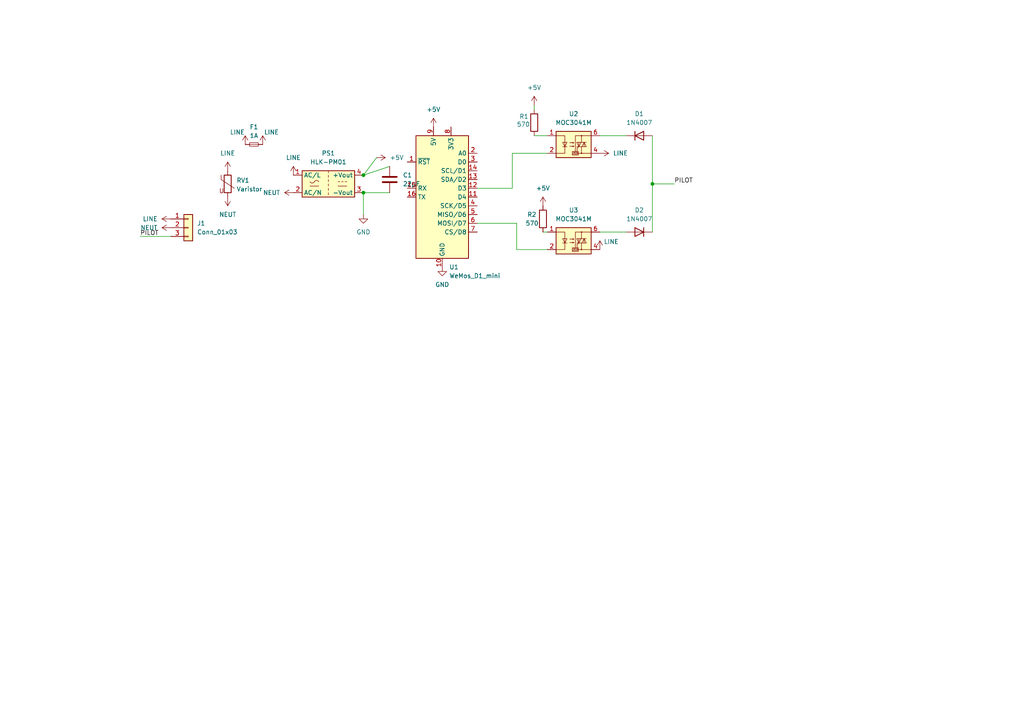
<source format=kicad_sch>
(kicad_sch (version 20250114) (generator "eeschema") (generator_version "9.0")
  (paper "A4")
  (lib_symbols
    (symbol "Connector_Generic:Conn_01x03" (pin_names (offset 1.016) (hide yes))
      (property "Reference" "J" (at 0 5.08 0))
      (property "Value" "Conn_01x03" (at 0 -5.08 0))
      (symbol "Conn_01x03_1_1"
        (rectangle (start -1.27 3.81) (end 1.27 -3.81) (stroke (width 0.254)) (fill (type background)))
        (rectangle (start -1.27 2.667) (end 0 2.413) (stroke (width 0.1524)))
        (rectangle (start -1.27 0.127) (end 0 -0.127) (stroke (width 0.1524)))
        (rectangle (start -1.27 -2.413) (end 0 -2.667) (stroke (width 0.1524)))
        (pin passive line (at -5.08 2.54 0) (length 3.81) (name "Pin_1") (number "1"))
        (pin passive line (at -5.08 0 0) (length 3.81) (name "Pin_2") (number "2"))
        (pin passive line (at -5.08 -2.54 0) (length 3.81) (name "Pin_3") (number "3"))
      )
    )
    (symbol "Converter_ACDC:HLK-PM01"
      (property "Reference" "PS" (at 0 5.08 0))
      (property "Value" "HLK-PM01" (at 0 -5.08 0))
      (symbol "HLK-PM01_0_1"
        (rectangle (start -7.62 3.81) (end 7.62 -3.81) (stroke (width 0.254)) (fill (type background)))
        (polyline (pts (xy -5.334 -0.635) (xy -2.794 -0.635)))
        (arc (start -4.064 0.635) (mid -4.699 0.2495) (end -5.334 0.635))
        (arc (start -4.064 0.635) (mid -3.429 1.0072) (end -2.794 0.635))
        (polyline (pts (xy 0 3.81) (xy 0 3.175)))
        (polyline (pts (xy 0 2.54) (xy 0 1.905)))
        (polyline (pts (xy 0 1.27) (xy 0 0.635)))
        (polyline (pts (xy 0 0) (xy 0 -0.635)))
        (polyline (pts (xy 0 -1.27) (xy 0 -1.905)))
        (polyline (pts (xy 0 -2.54) (xy 0 -3.175)))
        (polyline (pts (xy 2.794 0.635) (xy 3.302 0.635)))
        (polyline (pts (xy 2.794 -0.635) (xy 5.334 -0.635)))
        (polyline (pts (xy 3.81 0.635) (xy 4.318 0.635)))
        (polyline (pts (xy 4.826 0.635) (xy 5.334 0.635)))
      )
      (symbol "HLK-PM01_1_1"
        (pin power_in line (at -10.16 2.54 0) (length 2.54) (name "AC/L") (number "1"))
        (pin power_in line (at -10.16 -2.54 0) (length 2.54) (name "AC/N") (number "2"))
        (pin power_out line (at 10.16 2.54 180) (length 2.54) (name "+Vout") (number "4"))
        (pin power_out line (at 10.16 -2.54 180) (length 2.54) (name "-Vout") (number "3"))
      )
    )
    (symbol "Device:C" (pin_numbers (hide yes)) (pin_names (offset 0.254))
      (property "Reference" "C" (at 0.635 2.54 0))
      (property "Value" "C" (at 0.635 -2.54 0))
      (symbol "C_0_1"
        (polyline (pts (xy -2.032 0.762) (xy 2.032 0.762)) (stroke (width 0.508)))
        (polyline (pts (xy -2.032 -0.762) (xy 2.032 -0.762)) (stroke (width 0.508)))
      )
      (symbol "C_1_1"
        (pin passive line (at 0 3.81 270) (length 2.794) (name "~") (number "1"))
        (pin passive line (at 0 -3.81 90) (length 2.794) (name "~") (number "2"))
      )
    )
    (symbol "Device:Fuse_Small" (pin_numbers (hide yes)) (pin_names (offset 0.254) (hide yes))
      (property "Reference" "F" (at 0 -1.524 0))
      (property "Value" "Fuse_Small" (at 0 1.524 0))
      (symbol "Fuse_Small_0_1"
        (rectangle (start -1.27 0.508) (end 1.27 -0.508))
        (polyline (pts (xy -1.27 0) (xy 1.27 0)))
      )
      (symbol "Fuse_Small_1_1"
        (pin passive line (at -2.54 0 0) (length 1.27) (name "~") (number "1"))
        (pin passive line (at 2.54 0 180) (length 1.27) (name "~") (number "2"))
      )
    )
    (symbol "Device:R" (pin_numbers (hide yes)) (pin_names (offset 0))
      (property "Reference" "R" (at 2.032 0 90))
      (property "Value" "R" (at 0 0 90))
      (symbol "R_0_1"
        (rectangle (start -1.016 -2.54) (end 1.016 2.54) (stroke (width 0.254)))
      )
      (symbol "R_1_1"
        (pin passive line (at 0 3.81 270) (length 1.27) (name "~") (number "1"))
        (pin passive line (at 0 -3.81 90) (length 1.27) (name "~") (number "2"))
      )
    )
    (symbol "Device:Varistor" (pin_numbers (hide yes)) (pin_names (offset 0))
      (property "Reference" "RV" (at 3.175 0 90))
      (property "Value" "Varistor" (at -3.175 0 90))
      (symbol "Varistor_0_0"
        (text "U" (at -1.778 -2.032 0) (effects (font (size 1.27 1.27))))
      )
      (symbol "Varistor_0_1"
        (polyline (pts (xy -1.905 2.54) (xy -1.905 1.27) (xy 1.905 -1.27)))
        (rectangle (start -1.016 -2.54) (end 1.016 2.54) (stroke (width 0.254)))
      )
      (symbol "Varistor_1_1"
        (pin passive line (at 0 3.81 270) (length 1.27) (name "~") (number "1"))
        (pin passive line (at 0 -3.81 90) (length 1.27) (name "~") (number "2"))
      )
    )
    (symbol "Diode:1N4007" (pin_numbers (hide yes)) (pin_names (offset 1.016) (hide yes))
      (property "Reference" "D" (at 0 2.54 0))
      (property "Value" "1N4007" (at 0 -2.54 0))
      (symbol "1N4007_0_1"
        (polyline (pts (xy -1.27 1.27) (xy -1.27 -1.27)) (stroke (width 0.254)))
        (polyline (pts (xy 1.27 1.27) (xy 1.27 -1.27) (xy -1.27 0) (xy 1.27 1.27)) (stroke (width 0.254)))
        (polyline (pts (xy 1.27 0) (xy -1.27 0)))
      )
      (symbol "1N4007_1_1"
        (pin passive line (at -3.81 0 0) (length 2.54) (name "K") (number "1"))
        (pin passive line (at 3.81 0 180) (length 2.54) (name "A") (number "2"))
      )
    )
    (symbol "MCU_Module:WeMos_D1_mini"
      (property "Reference" "U" (at 3.81 19.05 0))
      (property "Value" "WeMos_D1_mini" (at 1.27 -19.05 0))
      (symbol "WeMos_D1_mini_1_1"
        (rectangle (start -7.62 17.78) (end 7.62 -17.78) (stroke (width 0.254)) (fill (type background)))
        (pin input line (at -10.16 10.16 0) (length 2.54) (name "~{RST}") (number "1"))
        (pin input line (at -10.16 2.54 0) (length 2.54) (name "RX") (number "15"))
        (pin output line (at -10.16 0 0) (length 2.54) (name "TX") (number "16"))
        (pin power_in line (at -2.54 20.32 270) (length 2.54) (name "5V") (number "9"))
        (pin power_in line (at 0 -20.32 90) (length 2.54) (name "GND") (number "10"))
        (pin power_out line (at 2.54 20.32 270) (length 2.54) (name "3V3") (number "8"))
        (pin input line (at 10.16 12.7 180) (length 2.54) (name "A0") (number "2"))
        (pin bidirectional line (at 10.16 10.16 180) (length 2.54) (name "D0") (number "3"))
        (pin bidirectional line (at 10.16 7.62 180) (length 2.54) (name "SCL/D1") (number "14"))
        (pin bidirectional line (at 10.16 5.08 180) (length 2.54) (name "SDA/D2") (number "13"))
        (pin bidirectional line (at 10.16 2.54 180) (length 2.54) (name "D3") (number "12"))
        (pin bidirectional line (at 10.16 0 180) (length 2.54) (name "D4") (number "11"))
        (pin bidirectional line (at 10.16 -2.54 180) (length 2.54) (name "SCK/D5") (number "4"))
        (pin bidirectional line (at 10.16 -5.08 180) (length 2.54) (name "MISO/D6") (number "5"))
        (pin bidirectional line (at 10.16 -7.62 180) (length 2.54) (name "MOSI/D7") (number "6"))
        (pin bidirectional line (at 10.16 -10.16 180) (length 2.54) (name "CS/D8") (number "7"))
      )
    )
    (symbol "Relay_SolidState:MOC3041M"
      (property "Reference" "U" (at -5.08 5.08 0))
      (property "Value" "MOC3041M" (at 0 5.08 0))
      (symbol "MOC3041M_0_0"
        (rectangle (start -0.381 -2.032) (end 1.397 -3.048))
        (polyline (pts (xy 1.524 -0.635) (xy 1.016 -1.016) (xy 1.016 -2.032)))
        (polyline (pts (xy 2.286 -2.54) (xy 1.397 -2.54)))
        (text "ZCD" (at 0.508 -2.54 0) (effects (font (size 0.508 0.508))))
      )
      (symbol "MOC3041M_0_1"
        (rectangle (start -5.08 3.81) (end 5.08 -3.81) (stroke (width 0.254)) (fill (type background)))
        (polyline (pts (xy -5.08 2.54) (xy -2.54 2.54) (xy -2.54 -2.54) (xy -5.08 -2.54)))
        (polyline (pts (xy -3.175 -0.635) (xy -1.905 -0.635)))
        (polyline (pts (xy -2.54 -0.635) (xy -3.175 0.635) (xy -1.905 0.635) (xy -2.54 -0.635)))
        (polyline (pts (xy -1.143 0.508) (xy 0.127 0.508) (xy -0.254 0.381) (xy -0.254 0.635) (xy 0.127 0.508)))
        (polyline (pts (xy -1.143 -0.508) (xy 0.127 -0.508) (xy -0.254 -0.635) (xy -0.254 -0.381) (xy 0.127 -0.508)))
        (polyline (pts (xy 0.889 -0.635) (xy 3.683 -0.635) (xy 3.048 0.635) (xy 2.413 -0.635)))
        (polyline (pts (xy 1.524 -0.635) (xy 1.524 0.635)))
        (polyline (pts (xy 2.286 2.54) (xy 0.508 2.54) (xy 0.508 -2.032)))
        (circle (center 2.286 2.54) (radius 0.127))
        (polyline (pts (xy 2.286 0.635) (xy 2.286 2.54) (xy 5.08 2.54)))
        (polyline (pts (xy 2.286 -0.635) (xy 2.286 -2.54) (xy 5.08 -2.54)))
        (circle (center 2.286 -2.54) (radius 0.127))
        (polyline (pts (xy 3.048 0.635) (xy 3.048 -0.635)))
        (polyline (pts (xy 3.683 0.635) (xy 0.889 0.635) (xy 1.524 -0.635) (xy 2.159 0.635)))
      )
      (symbol "MOC3041M_1_1"
        (pin passive line (at -7.62 2.54 0) (length 2.54) (name "~") (number "1"))
        (pin passive line (at -7.62 -2.54 0) (length 2.54) (name "~") (number "2"))
        (pin no_connect line (at -5.08 0 0) (length 2.54) (hide yes) (name "NC") (number "3"))
        (pin no_connect line (at 5.08 0 180) (length 2.54) (hide yes) (name "NC") (number "5"))
        (pin passive line (at 7.62 2.54 180) (length 2.54) (name "~") (number "6"))
        (pin passive line (at 7.62 -2.54 180) (length 2.54) (name "~") (number "4"))
      )
    )
    (symbol "power:+5V" (power) (pin_names (offset 0))
      (property "Value" "+5V" (at 0 3.556 0))
      (symbol "+5V_0_1"
        (polyline (pts (xy -0.762 1.27) (xy 0 2.54)))
        (polyline (pts (xy 0 2.54) (xy 0.762 1.27)))
        (polyline (pts (xy 0 0) (xy 0 2.54)))
      )
      (symbol "+5V_1_1"
        (pin power_in line (at 0 0 90) (length 0) (hide yes) (name "+5V") (number "1"))
      )
    )
    (symbol "power:GND" (power) (pin_names (offset 0))
      (property "Value" "GND" (at 0 -3.81 0))
      (symbol "GND_0_1"
        (polyline (pts (xy 0 0) (xy 0 -1.27) (xy 1.27 -1.27) (xy 0 -2.54) (xy -1.27 -1.27) (xy 0 -1.27)))
      )
      (symbol "GND_1_1"
        (pin power_in line (at 0 0 270) (length 0) (hide yes) (name "GND") (number "1"))
      )
    )
    (symbol "power:LINE" (power) (pin_names (offset 0))
      (property "Value" "LINE" (at 0 3.81 0))
      (symbol "LINE_0_1"
        (polyline (pts (xy -0.762 1.27) (xy 0 2.54)))
        (polyline (pts (xy 0 2.54) (xy 0.762 1.27)))
        (polyline (pts (xy 0 0) (xy 0 2.54)))
      )
      (symbol "LINE_1_1"
        (pin power_in line (at 0 0 90) (length 0) (hide yes) (name "LINE") (number "1"))
      )
    )
    (symbol "power:NEUT" (power) (pin_names (offset 0))
      (property "Value" "NEUT" (at 0 3.81 0))
      (symbol "NEUT_0_1"
        (polyline (pts (xy -0.762 1.27) (xy 0 2.54)))
        (polyline (pts (xy 0 2.54) (xy 0.762 1.27)))
        (polyline (pts (xy 0 0) (xy 0 2.54)))
      )
      (symbol "NEUT_1_1"
        (pin power_in line (at 0 0 90) (length 0) (hide yes) (name "NEUT") (number "1"))
      )
    )
  )
  (junction (at 105.41 50.8))
  (junction (at 105.41 55.88))
  (junction (at 189.23 53.34))
  (wire (pts (xy 109.22 45.72) (xy 105.41 50.8)))
  (wire (pts (xy 154.94 30.48) (xy 154.94 31.75)))
  (wire (pts (xy 157.48 67.31) (xy 158.75 67.31)))
  (wire (pts (xy 148.59 54.61) (xy 148.59 44.45)))
  (wire (pts (xy 154.94 39.37) (xy 158.75 39.37)))
  (wire (pts (xy 189.23 53.34) (xy 189.23 67.31)))
  (wire (pts (xy 189.23 39.37) (xy 189.23 53.34)))
  (wire (pts (xy 105.41 62.23) (xy 105.41 55.88)))
  (wire (pts (xy 138.43 54.61) (xy 148.59 54.61)))
  (wire (pts (xy 149.86 72.39) (xy 158.75 72.39)))
  (wire (pts (xy 105.41 55.88) (xy 113.03 55.88)))
  (wire (pts (xy 149.86 64.77) (xy 149.86 72.39)))
  (wire (pts (xy 138.43 64.77) (xy 149.86 64.77)))
  (wire (pts (xy 189.23 53.34) (xy 195.58 53.34)))
  (wire (pts (xy 105.41 50.8) (xy 113.03 48.26)))
  (wire (pts (xy 173.99 39.37) (xy 181.61 39.37)))
  (wire (pts (xy 148.59 44.45) (xy 158.75 44.45)))
  (wire (pts (xy 173.99 67.31) (xy 181.61 67.31)))
  (wire (pts (xy 40.64 68.58) (xy 49.53 68.58)))
  (label "PILOT" (at 40.64 68.58 0))
  (label "PILOT" (at 195.58 53.34 0))
  (symbol (lib_id "power:+5V") (at 154.94 30.48 0) (unit 1)
    (property "Reference" "#PWR0110" (effects (hide yes)))
    (property "Value" "+5V" (at 154.94 25.4 0))
  )
  (symbol (lib_id "Converter_ACDC:HLK-PM01") (at 95.25 53.34 0) (unit 1)
    (property "Reference" "PS1" (at 95.25 44.45 0))
    (property "Value" "HLK-PM01" (at 95.25 46.99 0))
    (property "Footprint" "Converter_ACDC:Converter_ACDC_HiLink_HLK-PMxx" (effects (hide yes)))
    (property "Datasheet" "http://www.hlktech.net/product_detail.php?ProId=54" (effects (hide yes)))
  )
  (symbol (lib_id "Relay_SolidState:MOC3041M") (at 166.37 41.91 0) (unit 1)
    (property "Reference" "U2" (at 166.37 33.02 0))
    (property "Value" "MOC3041M" (at 166.37 35.56 0))
    (property "Footprint" "Package_DIP:DIP-6_W7.62mm" (effects (hide yes)))
    (property "Datasheet" "https://www.onsemi.com/pub/Collateral/MOC3043M-D.pdf" (effects (hide yes)))
  )
  (symbol (lib_id "Device:C") (at 113.03 52.07 0) (unit 1)
    (property "Reference" "C1" (at 116.84 50.7999 0) (effects (justify left)))
    (property "Value" "22µF" (at 116.84 53.3399 0) (effects (justify left)))
    (property "Footprint" "Capacitor_THT:C_Disc_D8.0mm_W2.5mm_P5.00mm" (effects (hide yes)))
  )
  (symbol (lib_id "Relay_SolidState:MOC3041M") (at 166.37 69.85 0) (unit 1)
    (property "Reference" "U3" (at 166.37 60.96 0))
    (property "Value" "MOC3041M" (at 166.37 63.5 0))
    (property "Footprint" "Package_DIP:DIP-6_W7.62mm" (effects (hide yes)))
    (property "Datasheet" "https://www.onsemi.com/pub/Collateral/MOC3043M-D.pdf" (effects (hide yes)))
  )
  (symbol (lib_id "power:LINE") (at 173.99 44.45 270) (unit 1)
    (property "Reference" "#PWR0113" (effects (hide yes)))
    (property "Value" "LINE" (at 177.8 44.4499 90) (effects (justify left)))
  )
  (symbol (lib_id "power:+5V") (at 157.48 59.69 0) (unit 1)
    (property "Reference" "#PWR0112" (effects (hide yes)))
    (property "Value" "+5V" (at 157.48 54.61 0))
  )
  (symbol (lib_id "power:LINE") (at 85.09 50.8 0) (unit 1)
    (property "Reference" "#PWR0115" (effects (hide yes)))
    (property "Value" "LINE" (at 85.09 45.72 0))
  )
  (symbol (lib_id "Diode:1N4007") (at 185.42 67.31 0) (mirror y) (unit 1)
    (property "Reference" "D2" (at 185.42 60.96 0))
    (property "Value" "1N4007" (at 185.42 63.5 0))
    (property "Footprint" "Diode_THT:D_DO-41_SOD81_P10.16mm_Horizontal" (effects (hide yes)))
    (property "Datasheet" "http://www.vishay.com/docs/88503/1n4001.pdf" (effects (hide yes)))
  )
  (symbol (lib_id "power:LINE") (at 66.04 49.53 0) (unit 1)
    (property "Reference" "#PWR0116" (effects (hide yes)))
    (property "Value" "LINE" (at 66.04 44.45 0))
  )
  (symbol (lib_id "power:GND") (at 105.41 62.23 0) (unit 1)
    (property "Reference" "#PWR0107" (effects (hide yes)))
    (property "Value" "GND" (at 105.41 67.31 0))
  )
  (symbol (lib_id "Device:Varistor") (at 66.04 53.34 0) (unit 1)
    (property "Reference" "RV1" (at 68.58 52.3231 0) (effects (justify left)))
    (property "Value" "Varistor" (at 68.58 54.8631 0) (effects (justify left)))
    (property "Footprint" "Varistor:RV_Disc_D12mm_W4.5mm_P7.5mm" (effects (hide yes)))
  )
  (symbol (lib_id "MCU_Module:WeMos_D1_mini") (at 128.27 57.15 0) (unit 1)
    (property "Reference" "U1" (at 130.2894 77.47 0) (effects (justify left)))
    (property "Value" "WeMos_D1_mini" (at 130.2894 80.01 0) (effects (justify left)))
    (property "Footprint" "Module:WEMOS_D1_mini_light" (effects (hide yes)))
    (property "Datasheet" "https://wiki.wemos.cc/products:d1:d1_mini#documentation" (effects (hide yes)))
  )
  (symbol (lib_id "power:+5V") (at 125.73 36.83 0) (unit 1)
    (property "Reference" "#PWR0109" (effects (hide yes)))
    (property "Value" "+5V" (at 125.73 31.75 0))
  )
  (symbol (lib_id "Device:R") (at 157.48 63.5 0) (unit 1)
    (property "Reference" "R2" (at 152.908 62.23 0) (effects (justify left)))
    (property "Value" "570" (at 152.4 64.77 0) (effects (justify left)))
    (property "Footprint" "Resistor_THT:R_Axial_DIN0207_L6.3mm_D2.5mm_P10.16mm_Horizontal" (effects (hide yes)))
  )
  (symbol (lib_id "power:LINE") (at 49.53 63.5 90) (unit 1)
    (property "Reference" "#PWR0101" (effects (hide yes)))
    (property "Value" "LINE" (at 45.72 63.4999 90) (effects (justify left)))
  )
  (symbol (lib_id "power:LINE") (at 76.2 41.91 0) (unit 1)
    (property "Reference" "#PWR0105" (effects (hide yes)))
    (property "Value" "LINE" (at 78.74 38.354 0))
  )
  (symbol (lib_id "power:LINE") (at 71.12 41.91 0) (unit 1)
    (property "Reference" "#PWR0106" (effects (hide yes)))
    (property "Value" "LINE" (at 68.834 38.354 0))
  )
  (symbol (lib_id "power:GND") (at 128.27 77.47 0) (unit 1)
    (property "Reference" "#PWR0111" (effects (hide yes)))
    (property "Value" "GND" (at 128.27 82.55 0))
  )
  (symbol (lib_id "Device:Fuse_Small") (at 73.66 41.91 0) (unit 1)
    (property "Reference" "F1" (at 73.66 36.83 0))
    (property "Value" "1A" (at 73.66 39.37 0))
    (property "Footprint" "Fuse:Fuseholder_Blade_Mini_Keystone_3568" (effects (hide yes)))
  )
  (symbol (lib_id "power:LINE") (at 173.99 72.39 0) (unit 1)
    (property "Reference" "#PWR0114" (effects (hide yes)))
    (property "Value" "LINE" (at 177.292 70.104 0))
  )
  (symbol (lib_id "Device:R") (at 154.94 35.56 0) (unit 1)
    (property "Reference" "R1" (at 150.622 33.782 0) (effects (justify left)))
    (property "Value" "570" (at 149.86 36.068 0) (effects (justify left)))
    (property "Footprint" "Resistor_THT:R_Axial_DIN0207_L6.3mm_D2.5mm_P10.16mm_Horizontal" (effects (hide yes)))
  )
  (symbol (lib_id "power:NEUT") (at 85.09 55.88 90) (unit 1)
    (property "Reference" "#PWR0104" (effects (hide yes)))
    (property "Value" "NEUT" (at 81.28 55.8799 90) (effects (justify left)))
  )
  (symbol (lib_id "Diode:1N4007") (at 185.42 39.37 0) (unit 1)
    (property "Reference" "D1" (at 185.42 33.02 0))
    (property "Value" "1N4007" (at 185.42 35.56 0))
    (property "Footprint" "Diode_THT:D_DO-41_SOD81_P10.16mm_Horizontal" (effects (hide yes)))
    (property "Datasheet" "http://www.vishay.com/docs/88503/1n4001.pdf" (effects (hide yes)))
  )
  (symbol (lib_id "power:+5V") (at 109.22 45.72 270) (unit 1)
    (property "Reference" "#PWR0108" (effects (hide yes)))
    (property "Value" "+5V" (at 113.03 45.7199 90) (effects (justify left)))
  )
  (symbol (lib_id "power:NEUT") (at 49.53 66.04 90) (unit 1)
    (property "Reference" "#PWR0103" (effects (hide yes)))
    (property "Value" "NEUT" (at 45.72 66.0399 90) (effects (justify left)))
  )
  (symbol (lib_id "power:NEUT") (at 66.04 57.15 0) (mirror x) (unit 1)
    (property "Reference" "#PWR0102" (effects (hide yes)))
    (property "Value" "NEUT" (at 66.04 62.23 0))
  )
  (symbol (lib_id "Connector_Generic:Conn_01x03") (at 54.61 66.04 0) (unit 1)
    (property "Reference" "J1" (at 57.15 64.7699 0) (effects (justify left)))
    (property "Value" "Conn_01x03" (at 57.15 67.3099 0) (effects (justify left)))
    (property "Footprint" "TerminalBlock:TerminalBlock_bornier-3_P5.08mm" (effects (hide yes)))
  )
)
</source>
